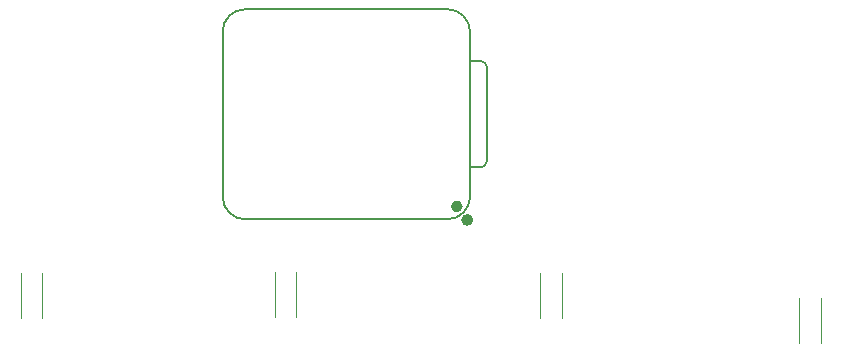
<source format=gbr>
%TF.GenerationSoftware,KiCad,Pcbnew,9.0.2*%
%TF.CreationDate,2025-07-01T17:28:42-07:00*%
%TF.ProjectId,pathfinder,70617468-6669-46e6-9465-722e6b696361,rev?*%
%TF.SameCoordinates,Original*%
%TF.FileFunction,Legend,Bot*%
%TF.FilePolarity,Positive*%
%FSLAX46Y46*%
G04 Gerber Fmt 4.6, Leading zero omitted, Abs format (unit mm)*
G04 Created by KiCad (PCBNEW 9.0.2) date 2025-07-01 17:28:42*
%MOMM*%
%LPD*%
G01*
G04 APERTURE LIST*
%ADD10C,0.120000*%
%ADD11C,0.127000*%
%ADD12C,0.100000*%
%ADD13C,0.504000*%
G04 APERTURE END LIST*
D10*
%TO.C,R4*%
X166010000Y-114540000D02*
X166010000Y-110700000D01*
X167850000Y-114540000D02*
X167850000Y-110700000D01*
D11*
%TO.C,U1*%
X117166000Y-102165000D02*
X117166000Y-88195000D01*
X119071000Y-86290000D02*
X136216000Y-86290000D01*
X119071000Y-104070000D02*
X136216000Y-104070000D01*
D12*
X138121000Y-88195000D02*
X138121000Y-102165000D01*
D11*
X138121000Y-88195000D02*
X138121000Y-102165000D01*
X138121000Y-99675000D02*
X139031272Y-99671272D01*
X139031000Y-90676000D02*
X138121000Y-90676000D01*
X139531000Y-99171272D02*
X139531000Y-91176000D01*
X117166000Y-88195000D02*
G75*
G02*
X119071000Y-86290000I1905000J0D01*
G01*
X119071000Y-104070000D02*
G75*
G02*
X117166000Y-102165000I1J1905001D01*
G01*
X136216000Y-86290000D02*
G75*
G02*
X138121000Y-88195000I0J-1905000D01*
G01*
X138121000Y-102165000D02*
G75*
G02*
X136216000Y-104070000I-1905001J1D01*
G01*
X139031000Y-90676000D02*
G75*
G02*
X139531000Y-91176000I0J-500000D01*
G01*
X139531000Y-99171272D02*
G75*
G02*
X139031272Y-99671273I-500019J18D01*
G01*
D13*
X137252000Y-102987000D02*
G75*
G02*
X136748000Y-102987000I-252000J0D01*
G01*
X136748000Y-102987000D02*
G75*
G02*
X137252000Y-102987000I252000J0D01*
G01*
X138132000Y-104130000D02*
G75*
G02*
X137628000Y-104130000I-252000J0D01*
G01*
X137628000Y-104130000D02*
G75*
G02*
X138132000Y-104130000I252000J0D01*
G01*
D10*
%TO.C,R1*%
X100080000Y-112460000D02*
X100080000Y-108620000D01*
X101920000Y-112460000D02*
X101920000Y-108620000D01*
%TO.C,R3*%
X144080000Y-112420000D02*
X144080000Y-108580000D01*
X145920000Y-112420000D02*
X145920000Y-108580000D01*
%TO.C,R2*%
X121580000Y-112380000D02*
X121580000Y-108540000D01*
X123420000Y-112380000D02*
X123420000Y-108540000D01*
%TD*%
M02*

</source>
